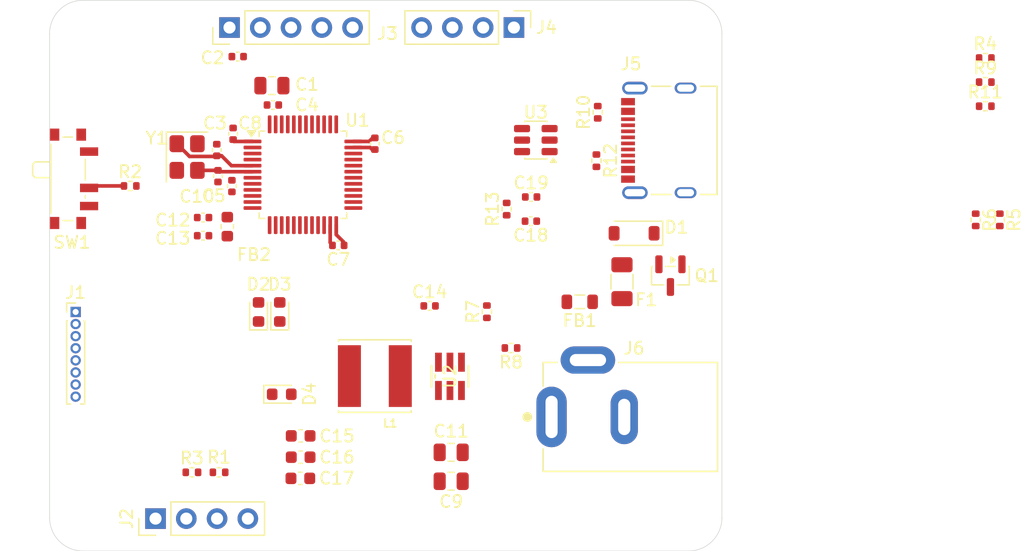
<source format=kicad_pcb>
(kicad_pcb (version 20241229) (generator "pcbnew") (generator_version "9.0")
  (layers (0 "F.Cu" signal) (4 "In1.Cu" power) (6 "In2.Cu" power) (2 "B.Cu" signal) (13 "F.Paste" user) (15 "B.Paste" user) (5 "F.SilkS" user "F.Silkscreen") (7 "B.SilkS" user "B.Silkscreen") (1 "F.Mask" user) (3 "B.Mask" user) (25 "Edge.Cuts" user))
  (net 0 "")
  (net 1 "GND")
  (net 2 "+3.3V")
  (net 3 "NRST")
  (net 4 "/HSE_IN")
  (net 5 "/HSE_OUT")
  (net 6 "/VIN")
  (net 7 "+3.3VA")
  (net 8 "Net-(U2-VBST)")
  (net 9 "Net-(U2-SW)")
  (net 10 "VBUS")
  (net 11 "VBUSF")
  (net 12 "Net-(D1-K)")
  (net 13 "Net-(D2-K)")
  (net 14 "Net-(D2-A)")
  (net 15 "Net-(D3-K)")
  (net 16 "Net-(D3-A)")
  (net 17 "Net-(D4-K)")
  (net 18 "Net-(F1-Pad2)")
  (net 19 "I2C1_SDA")
  (net 20 "I2C1_SCL")
  (net 21 "SWCLK")
  (net 22 "SWDIO")
  (net 23 "USART1_RX")
  (net 24 "USART1_TX")
  (net 25 "Net-(J5-CC1_A)")
  (net 26 "Net-(J5-D-_A)")
  (net 28 "Net-(J5-CC1_B)")
  (net 29 "Net-(J5-D+_A)")
  (net 31 "+12V")
  (net 32 "/BOOT0")
  (net 33 "/SW_BOOT0")
  (net 34 "Net-(U2-VFB)")
  (net 35 "USB_D-")
  (net 36 "Net-(U1-PA11)")
  (net 37 "Net-(U1-PA12)")
  (net 38 "USB_D+")
  (net 43 "GPIO1")
  (net 52 "GPIO3")
  (net 57 "GPIO5")
  (net 58 "GPIO6")
  (net 62 "GPIO2")
  (net 63 "GPIO4")
  (footprint "Package_TO_SOT_SMD:SOT-23-6" (layer "F.Cu") (at 154.8875 96.3 180)
    (property "Reference" "U3" (at 0 2.3 0) (layer "F.SilkS"))
    (property "Value" "USBLC6-2SC6" (hide yes))
    (pad "1" smd roundrect (at -1.1375 -0.95 180) (size 1.325 0.6) (layers "F.Cu" "F.Mask" "F.Paste") (net 29 "Net-(J5-D+_A)"))
    (pad "2" smd roundrect (at -1.1375 0 180) (size 1.325 0.6) (layers "F.Cu" "F.Mask" "F.Paste") (net 1 "GND"))
    (pad "3" smd roundrect (at -1.1375 0.95 180) (size 1.325 0.6) (layers "F.Cu" "F.Mask" "F.Paste") (net 26 "Net-(J5-D-_A)"))
    (pad "4" smd roundrect (at 1.1375 0.95 180) (size 1.325 0.6) (layers "F.Cu" "F.Mask" "F.Paste") (net 38 "USB_D+"))
    (pad "5" smd roundrect (at 1.1375 0 180) (size 1.325 0.6) (layers "F.Cu" "F.Mask" "F.Paste") (net 10 "VBUS"))
    (pad "6" smd roundrect (at 1.1375 -0.95 180) (size 1.325 0.6) (layers "F.Cu" "F.Mask" "F.Paste") (net 35 "USB_D-"))
  )
  (footprint "LED_SMD:LED_0603_1608Metric" (layer "F.Cu") (at 133.9125 117.3)
    (property "Reference" "D4" (at 2.2875 0 90) (layer "F.SilkS"))
    (property "Value" "LED1" (hide yes))
    (pad "1" smd roundrect (at -0.7875 0) (size 0.875 0.95) (layers "F.Cu" "F.Mask" "F.Paste") (net 17 "Net-(D4-K)"))
    (pad "2" smd roundrect (at 0.7875 0) (size 0.875 0.95) (layers "F.Cu" "F.Mask" "F.Paste") (net 2 "+3.3V"))
  )
  (footprint "LED_SMD:LED_0603_1608Metric" (layer "F.Cu") (at 132 110.5 90)
    (property "Reference" "D2" (at 2.2875 0 180) (layer "F.SilkS"))
    (property "Value" "LED1" (hide yes))
    (pad "1" smd roundrect (at -0.7875 0 90) (size 0.875 0.95) (layers "F.Cu" "F.Mask" "F.Paste") (net 13 "Net-(D2-K)"))
    (pad "2" smd roundrect (at 0.7875 0 90) (size 0.875 0.95) (layers "F.Cu" "F.Mask" "F.Paste") (net 14 "Net-(D2-A)"))
  )
  (footprint "MountingHole:MountingHole_2.2mm_M2" (layer "F.Cu") (at 117.5 87.5)
    (property "Reference" "H2" (hide yes))
    (property "Value" "MountingHole" (hide yes))
    (pad "" np_thru_hole circle (at 0 0) (size 2.2 2.2) (drill 2.2) (layers "*.Cu" "*.Mask"))
  )
  (footprint "MountingHole:MountingHole_2.2mm_M2" (layer "F.Cu") (at 117.5 127.5)
    (property "Reference" "H3" (hide yes))
    (property "Value" "MountingHole" (hide yes))
    (pad "" np_thru_hole circle (at 0 0) (size 2.2 2.2) (drill 2.2) (layers "*.Cu" "*.Mask"))
  )
  (footprint "Capacitor_SMD:C_0805_2012Metric" (layer "F.Cu") (at 133.1 91.8)
    (property "Reference" "C1" (at 2.9 -0.1 0) (layer "F.SilkS"))
    (property "Value" "10u" (hide yes))
    (pad "1" smd roundrect (at -0.95 0) (size 1 1.45) (layers "F.Cu" "F.Mask" "F.Paste") (net 2 "+3.3V"))
    (pad "2" smd roundrect (at 0.95 0) (size 1 1.45) (layers "F.Cu" "F.Mask" "F.Paste") (net 1 "GND"))
  )
  (footprint "Resistor_SMD:R_0402_1005Metric" (layer "F.Cu") (at 150.850001 110.4782 90)
    (property "Reference" "R7" (at 0 -1.17 90) (layer "F.SilkS"))
    (property "Value" "1K" (hide yes))
    (pad "1" smd roundrect (at -0.51 0 90) (size 0.54 0.64) (layers "F.Cu" "F.Mask" "F.Paste") (net 15 "Net-(D3-K)"))
    (pad "2" smd roundrect (at 0.51 0 90) (size 0.54 0.64) (layers "F.Cu" "F.Mask" "F.Paste") (net 1 "GND"))
  )
  (footprint "Connector_PinHeader_1.00mm:PinHeader_1x08_P1.00mm_Vertical" (layer "F.Cu") (at 116.9 110.5)
    (property "Reference" "J1" (at 0 -1.61 0) (layer "F.SilkS"))
    (property "Value" "Conn_01x08_Pin")
    (pad "1" thru_hole rect (at 0 0) (size 0.85 0.85) (drill 0.5) (layers "*.Cu" "*.Mask") (net 1 "GND"))
    (pad "2" thru_hole circle (at 0 1) (size 0.85 0.85) (drill 0.5) (layers "*.Cu" "*.Mask") (net 2 "+3.3V"))
    (pad "3" thru_hole circle (at 0 2) (size 0.85 0.85) (drill 0.5) (layers "*.Cu" "*.Mask") (net 43 "GPIO1"))
    (pad "4" thru_hole circle (at 0 3) (size 0.85 0.85) (drill 0.5) (layers "*.Cu" "*.Mask") (net 62 "GPIO2"))
    (pad "5" thru_hole circle (at 0 4) (size 0.85 0.85) (drill 0.5) (layers "*.Cu" "*.Mask") (net 52 "GPIO3"))
    (pad "6" thru_hole circle (at 0 5) (size 0.85 0.85) (drill 0.5) (layers "*.Cu" "*.Mask") (net 63 "GPIO4"))
    (pad "7" thru_hole circle (at 0 6) (size 0.85 0.85) (drill 0.5) (layers "*.Cu" "*.Mask") (net 57 "GPIO5"))
    (pad "8" thru_hole circle (at 0 7) (size 0.85 0.85) (drill 0.5) (layers "*.Cu" "*.Mask") (net 58 "GPIO6"))
  )
  (footprint "MountingHole:MountingHole_2.2mm_M2" (layer "F.Cu") (at 167.5 127.5)
    (property "Reference" "H1" (hide yes))
    (property "Value" "MountingHole" (hide yes))
    (pad "" np_thru_hole circle (at 0 0) (size 2.2 2.2) (drill 2.2) (layers "*.Cu" "*.Mask"))
  )
  (footprint "Capacitor_SMD:C_0603_1608Metric" (layer "F.Cu") (at 135.45 124.25)
    (property "Reference" "C17" (at 3 -0.01 0) (layer "F.SilkS"))
    (property "Value" "22uF")
    (pad "1" smd roundrect (at -0.775 0) (size 0.9 0.95) (layers "F.Cu" "F.Mask" "F.Paste") (net 2 "+3.3V"))
    (pad "2" smd roundrect (at 0.775 0) (size 0.9 0.95) (layers "F.Cu" "F.Mask" "F.Paste") (net 1 "GND"))
  )
  (footprint "Resistor_SMD:R_0402_1005Metric" (layer "F.Cu") (at 193.19 102.89 -90)
    (property "Reference" "R5" (at 0 -1.17 90) (layer "F.SilkS"))
    (property "Value" "22R")
    (pad "1" smd roundrect (at -0.51 0 270) (size 0.54 0.64) (layers "F.Cu" "F.Mask" "F.Paste") (net 37 "Net-(U1-PA12)"))
    (pad "2" smd roundrect (at 0.51 0 270) (size 0.54 0.64) (layers "F.Cu" "F.Mask" "F.Paste") (net 38 "USB_D+"))
  )
  (footprint "Capacitor_SMD:C_0402_1005Metric" (layer "F.Cu") (at 129.9 95.78 90)
    (property "Reference" "C8" (at 0.88 1.4 180) (layer "F.SilkS"))
    (property "Value" "100n" (hide yes))
    (pad "1" smd roundrect (at -0.48 0 90) (size 0.56 0.62) (layers "F.Cu" "F.Mask" "F.Paste") (net 2 "+3.3V"))
    (pad "2" smd roundrect (at 0.48 0 90) (size 0.56 0.62) (layers "F.Cu" "F.Mask" "F.Paste") (net 1 "GND"))
  )
  (footprint "Capacitor_SMD:C_0402_1005Metric" (layer "F.Cu") (at 154.5 101)
    (property "Reference" "C19" (at 0 -1.16 0) (layer "F.SilkS"))
    (property "Value" "470n" (hide yes))
    (pad "1" smd roundrect (at -0.48 0) (size 0.56 0.62) (layers "F.Cu" "F.Mask" "F.Paste") (net 11 "VBUSF"))
    (pad "2" smd roundrect (at 0.48 0) (size 0.56 0.62) (layers "F.Cu" "F.Mask" "F.Paste") (net 1 "GND"))
  )
  (footprint "Capacitor_SMD:C_0402_1005Metric" (layer "F.Cu") (at 138.58 105 180)
    (property "Reference" "C7" (at 0 -1.16 0) (layer "F.SilkS"))
    (property "Value" "100n")
    (pad "1" smd roundrect (at -0.48 0 180) (size 0.56 0.62) (layers "F.Cu" "F.Mask" "F.Paste") (net 2 "+3.3V"))
    (pad "2" smd roundrect (at 0.48 0 180) (size 0.56 0.62) (layers "F.Cu" "F.Mask" "F.Paste") (net 1 "GND"))
  )
  (footprint "Capacitor_SMD:C_0805_2012Metric" (layer "F.Cu") (at 147.900001 124.4882 180)
    (property "Reference" "C9" (at 0 -1.68 0) (layer "F.SilkS"))
    (property "Value" "10u")
    (pad "1" smd roundrect (at -0.95 0 180) (size 1 1.45) (layers "F.Cu" "F.Mask" "F.Paste") (net 6 "/VIN"))
    (pad "2" smd roundrect (at 0.95 0 180) (size 1 1.45) (layers "F.Cu" "F.Mask" "F.Paste") (net 1 "GND"))
  )
  (footprint "Resistor_SMD:R_0402_1005Metric" (layer "F.Cu") (at 126.5 123.75)
    (property "Reference" "R3" (at 0 -1.17 0) (layer "F.SilkS"))
    (property "Value" "4.7K")
    (pad "1" smd roundrect (at -0.51 0) (size 0.54 0.64) (layers "F.Cu" "F.Mask" "F.Paste") (net 19 "I2C1_SDA"))
    (pad "2" smd roundrect (at 0.51 0) (size 0.54 0.64) (layers "F.Cu" "F.Mask" "F.Paste") (net 2 "+3.3V"))
  )
  (footprint "Capacitor_SMD:C_0603_1608Metric" (layer "F.Cu") (at 135.475 122.5)
    (property "Reference" "C16" (at 3 0 0) (layer "F.SilkS"))
    (property "Value" "22uF" (hide yes))
    (pad "1" smd roundrect (at -0.775 0) (size 0.9 0.95) (layers "F.Cu" "F.Mask" "F.Paste") (net 2 "+3.3V"))
    (pad "2" smd roundrect (at 0.775 0) (size 0.9 0.95) (layers "F.Cu" "F.Mask" "F.Paste") (net 1 "GND"))
  )
  (footprint "Inductor_SMD:L_0805_2012Metric" (layer "F.Cu") (at 158.512501 109.6632 180)
    (property "Reference" "FB1" (at 0 -1.55 0) (layer "F.SilkS"))
    (property "Value" "600 @ 600MHz" (hide yes))
    (pad "1" smd roundrect (at -1.0625 0 180) (size 0.875 1.2) (layers "F.Cu" "F.Mask" "F.Paste") (net 18 "Net-(F1-Pad2)"))
    (pad "2" smd roundrect (at 1.0625 0 180) (size 0.875 1.2) (layers "F.Cu" "F.Mask" "F.Paste") (net 6 "/VIN"))
  )
  (footprint "Footprints:CUI_PJ-002A" (layer "F.Cu") (at 156.1875 119.175)
    (property "Reference" "J6" (at 6.8125 -5.675 0) (layer "F.SilkS") (effects (font (size 1.000827 1.000827))))
    (property "Value" "PJ-002A")
    (pad "1" thru_hole oval (at 0 0) (size 2.5 5) (drill oval 1 3.5) (layers "*.Cu" "*.Mask") (net 31 "+12V"))
    (pad "2" thru_hole oval (at 6 0) (size 2.25 4.5) (drill oval 1 3) (layers "*.Cu" "*.Mask") (net 1 "GND"))
    (pad "3" thru_hole oval (at 3 -4.7) (size 4.5 2.25) (drill oval 3 1) (layers "*.Cu" "*.Mask") (net 31 "+12V"))
  )
  (footprint "Crystal:Crystal_SMD_3225-4Pin_3.2x2.5mm" (layer "F.Cu") (at 126.1 97.7 -90)
    (property "Reference" "Y1" (at -1.5625 2.5125 180) (layer "F.SilkS"))
    (property "Value" "16MHz" (hide yes))
    (pad "1" smd roundrect (at -1.1 0.85 270) (size 1.4 1.2) (layers "F.Cu" "F.Mask" "F.Paste") (roundrect_rratio 0.208333) (net 4 "/HSE_IN"))
    (pad "2" smd roundrect (at 1.1 0.85 270) (size 1.4 1.2) (layers "F.Cu" "F.Mask" "F.Paste") (roundrect_rratio 0.208333) (net 1 "GND"))
    (pad "3" smd roundrect (at 1.1 -0.85 270) (size 1.4 1.2) (layers "F.Cu" "F.Mask" "F.Paste") (roundrect_rratio 0.208333) (net 5 "/HSE_OUT"))
    (pad "4" smd roundrect (at -1.1 -0.85 270) (size 1.4 1.2) (layers "F.Cu" "F.Mask" "F.Paste") (roundrect_rratio 0.208333) (net 1 "GND"))
  )
  (footprint "Resistor_SMD:R_0402_1005Metric" (layer "F.Cu") (at 191.99 93.5)
    (property "Reference" "R11" (at 0 -1.17 0) (layer "F.SilkS"))
    (property "Value" "1K")
    (pad "1" smd roundrect (at -0.51 0) (size 0.54 0.64) (layers "F.Cu" "F.Mask" "F.Paste") (net 1 "GND"))
    (pad "2" smd roundrect (at 0.51 0) (size 0.54 0.64) (layers "F.Cu" "F.Mask" "F.Paste") (net 17 "Net-(D4-K)"))
  )
  (footprint "Package_QFP:LQFP-48_7x7mm_P0.5mm" (layer "F.Cu") (at 135.6625 99.1625)
    (property "Reference" "U1" (at 4.5 -4.5 0) (layer "F.SilkS"))
    (property "Value" "STM32F103C8T6" (hide yes))
    (pad "1" smd roundrect (at -4.1625 -2.75) (size 1.475 0.3) (layers "F.Cu" "F.Mask" "F.Paste") (net 2 "+3.3V"))
    (pad "2" smd roundrect (at -4.1625 -2.25) (size 1.475 0.3) (layers "F.Cu" "F.Mask" "F.Paste"))
    (pad "3" smd roundrect (at -4.1625 -1.75) (size 1.475 0.3) (layers "F.Cu" "F.Mask" "F.Paste"))
    (pad "4" smd roundrect (at -4.1625 -1.25) (size 1.475 0.3) (layers "F.Cu" "F.Mask" "F.Paste"))
    (pad "5" smd roundrect (at -4.1625 -0.75) (size 1.475 0.3) (layers "F.Cu" "F.Mask" "F.Paste") (net 4 "/HSE_IN"))
    (pad "6" smd roundrect (at -4.1625 -0.25) (size 1.475 0.3) (layers "F.Cu" "F.Mask" "F.Paste") (net 5 "/HSE_OUT"))
    (pad "7" smd roundrect (at -4.1625 0.25) (size 1.475 0.3) (layers "F.Cu" "F.Mask" "F.Paste") (net 3 "NRST"))
    (pad "8" smd roundrect (at -4.1625 0.75) (size 1.475 0.3) (layers "F.Cu" "F.Mask" "F.Paste") (net 1 "GND"))
    (pad "9" smd roundrect (at -4.1625 1.25) (size 1.475 0.3) (layers "F.Cu" "F.Mask" "F.Paste") (net 7 "+3.3VA"))
    (pad "10" smd roundrect (at -4.1625 1.75) (size 1.475 0.3) (layers "F.Cu" "F.Mask" "F.Paste") (net 58 "GPIO6"))
    (pad "11" smd roundrect (at -4.1625 2.25) (size 1.475 0.3) (layers "F.Cu" "F.Mask" "F.Paste") (net 14 "Net-(D2-A)"))
    (pad "12" smd roundrect (at -4.1625 2.75) (size 1.475 0.3) (layers "F.Cu" "F.Mask" "F.Paste") (net 16 "Net-(D3-A)"))
    (pad "13" smd roundrect (at -2.75 4.1625) (size 0.3 1.475) (layers "F.Cu" "F.Mask" "F.Paste") (net 43 "GPIO1"))
    (pad "14" smd roundrect (at -2.25 4.1625) (size 0.3 1.475) (layers "F.Cu" "F.Mask" "F.Paste") (net 62 "GPIO2"))
    (pad "15" smd roundrect (at -1.75 4.1625) (size 0.3 1.475) (layers "F.Cu" "F.Mask" "F.Paste") (net 52 "GPIO3"))
    (pad "16" smd roundrect (at -1.25 4.1625) (size 0.3 1.475) (layers "F.Cu" "F.Mask" "F.Paste") (net 63 "GPIO4"))
    (pad "17" smd roundrect (at -0.75 4.1625) (size 0.3 1.475) (layers "F.Cu" "F.Mask" "F.Paste") (net 57 "GPIO5"))
    (pad "18" smd roundrect (at -0.25 4.1625) (size 0.3 1.475) (layers "F.Cu" "F.Mask" "F.Paste"))
    (pad "19" smd roundrect (at 0.25 4.1625) (size 0.3 1.475) (layers "F.Cu" "F.Mask" "F.Paste"))
    (pad "20" smd roundrect (at 0.75 4.1625) (size 0.3 1.475) (layers "F.Cu" "F.Mask" "F.Paste"))
    (pad "21" smd roundrect (at 1.25 4.1625) (size 0.3 1.475) (layers "F.Cu" "F.Mask" "F.Paste") (net 19 "I2C1_SDA"))
    (pad "22" smd roundrect (at 1.75 4.1625) (size 0.3 1.475) (layers "F.Cu" "F.Mask" "F.Paste") (net 20 "I2C1_SCL"))
    (pad "23" smd roundrect (at 2.25 4.1625) (size 0.3 1.475) (layers "F.Cu" "F.Mask" "F.Paste") (net 1 "GND"))
    (pad "24" smd roundrect (at 2.75 4.1625) (size 0.3 1.475) (layers "F.Cu" "F.Mask" "F.Paste") (net 2 "+3.3V"))
    (pad "25" smd roundrect (at 4.1625 2.75) (size 1.475 0.3) (layers "F.Cu" "F.Mask" "F.Paste"))
    (pad "26" smd roundrect (at 4.1625 2.25) (size 1.475 0.3) (layers "F.Cu" "F.Mask" "F.Paste"))
    (pad "27" smd roundrect (at 4.1625 1.75) (size 1.475 0.3) (layers "F.Cu" "F.Mask" "F.Paste"))
    (pad "28" smd roundrect (at 4.1625 1.25) (size 1.475 0.3) (layers "F.Cu" "F.Mask" "F.Paste"))
    (pad "29" smd roundrect (at 4.1625 0.75) (size 1.475 0.3) (layers "F.Cu" "F.Mask" "F.Paste"))
    (pad "30" smd roundrect (at 4.1625 0.25) (size 1.475 0.3) (layers "F.Cu" "F.Mask" "F.Paste"))
    (pad "31" smd roundrect (at 4.1625 -0.25) (size 1.475 0.3) (layers "F.Cu" "F.Mask" "F.Paste"))
    (pad "32" smd roundrect (at 4.1625 -0.75) (size 1.475 0.3) (layers "F.Cu" "F.Mask" "F.Paste") (net 36 "Net-(U1-PA11)"))
    (pad "33" smd roundrect (at 4.1625 -1.25) (size 1.475 0.3) (layers "F.Cu" "F.Mask" "F.Paste") (net 37 "Net-(U1-PA12)"))
    (pad "34" smd roundrect (at 4.1625 -1.75) (size 1.475 0.3) (layers "F.Cu" "F.Mask" "F.Paste") (net 22 "SWDIO"))
    (pad "35" smd roundrect (at 4.1625 -2.25) (size 1.475 0.3) (layers "F.Cu" "F.Mask" "F.Paste") (net 1 "GND"))
    (pad "36" smd roundrect (at 4.1625 -2.75) (size 1.475 0.3) (layers "F.Cu" "F.Mask" "F.Paste") (net 2 "+3.3V"))
    (pad "37" smd roundrect (at 2.75 -4.1625) (size 0.3 1.475) (layers "F.Cu" "F.Mask" "F.Paste") (net 21 "SWCLK"))
    (pad "38" smd roundrect (at 2.25 -4.1625) (size 0.3 1.475) (layers "F.Cu" "F.Mask" "F.Paste"))
    (pad "39" smd roundrect (at 1.75 -4.1625) (size 0.3 1.475) (layers "F.Cu" "F.Mask" "F.Paste"))
    (pad "40" smd roundrect (at 1.25 -4.1625) (size 0.3 1.475) (layers "F.Cu" "F.Mask" "F.Paste"))
    (pad "41" smd roundrect (at 0.75 -4.1625) (size 0.3 1.475) (layers "F.Cu" "F.Mask" "F.Paste"))
    (pad "42" smd roundrect (at 0.25 -4.1625) (size 0.3 1.475) (layers "F.Cu" "F.Mask" "F.Paste") (net 24 "USART1_TX"))
    (pad "43" smd roundrect (at -0.25 -4.1625) (size 0.3 1.475) (layers "F.Cu" "F.Mask" "F.Paste") (net 23 "USART1_RX"))
    (pad "44" smd roundrect (at -0.75 -4.1625) (size 0.3 1.475) (layers "F.Cu" "F.Mask" "F.Paste") (net 32 "/BOOT0"))
    (pad "45" smd roundrect (at -1.25 -4.1625) (size 0.3 1.475) (layers "F.Cu" "F.Mask" "F.Paste"))
    (pad "46" smd roundrect (at -1.75 -4.1625) (size 0.3 1.475) (layers "F.Cu" "F.Mask" "F.Paste"))
    (pad "47" smd roundrect (at -2.25 -4.1625) (size 0.3 1.475) (layers "F.Cu" "F.Mask" "F.Paste") (net 1 "GND"))
    (pad "48" smd roundrect (at -2.75 -4.1625) (size 0.3 1.475) (layers "F.Cu" "F.Mask" "F.Paste") (net 2 "+3.3V"))
  )
  (footprint "Resistor_SMD:R_0402_1005Metric" (layer "F.Cu") (at 159.89 98 -90)
    (property "Reference" "R12" (at 0 -1.17 90) (layer "F.SilkS"))
    (property "Value" "5k1" (hide yes))
    (pad "1" smd roundrect (at -0.51 0 270) (size 0.54 0.64) (layers "F.Cu" "F.Mask" "F.Paste") (net 25 "Net-(J5-CC1_A)"))
    (pad "2" smd roundrect (at 0.51 0 270) (size 0.54 0.64) (layers "F.Cu" "F.Mask" "F.Paste") (net 1 "GND"))
  )
  (footprint "Capacitor_SMD:C_0402_1005Metric" (layer "F.Cu") (at 146.12 110)
    (property "Reference" "C14" (at 0 -1.16 0) (layer "F.SilkS"))
    (property "Value" "100n")
    (pad "1" smd roundrect (at -0.48 0) (size 0.56 0.62) (layers "F.Cu" "F.Mask" "F.Paste") (net 9 "Net-(U2-SW)"))
    (pad "2" smd roundrect (at 0.48 0) (size 0.56 0.62) (layers "F.Cu" "F.Mask" "F.Paste") (net 8 "Net-(U2-VBST)"))
  )
  (footprint "Capacitor_SMD:C_0402_1005Metric" (layer "F.Cu") (at 130.28 89.4 180)
    (property "Reference" "C2" (at 2.08 -0.1 0) (layer "F.SilkS"))
    (property "Value" "100n" (hide yes))
    (pad "1" smd roundrect (at -0.48 0 180) (size 0.56 0.62) (layers "F.Cu" "F.Mask" "F.Paste") (net 3 "NRST"))
    (pad "2" smd roundrect (at 0.48 0 180) (size 0.56 0.62) (layers "F.Cu" "F.Mask" "F.Paste") (net 1 "GND"))
  )
  (footprint "Capacitor_SMD:C_0603_1608Metric" (layer "F.Cu") (at 135.475 120.74)
    (property "Reference" "C15" (at 3 0.01 0) (layer "F.SilkS"))
    (property "Value" "22uF" (hide yes))
    (pad "1" smd roundrect (at -0.775 0) (size 0.9 0.95) (layers "F.Cu" "F.Mask" "F.Paste") (net 2 "+3.3V"))
    (pad "2" smd roundrect (at 0.775 0) (size 0.9 0.95) (layers "F.Cu" "F.Mask" "F.Paste") (net 1 "GND"))
  )
  (footprint "Capacitor_SMD:C_0402_1005Metric" (layer "F.Cu") (at 128.55 97.12 90)
    (property "Reference" "C3" (at 2.22 -0.15 180) (layer "F.SilkS"))
    (property "Value" "10p" (hide yes))
    (pad "1" smd roundrect (at -0.48 0 90) (size 0.56 0.62) (layers "F.Cu" "F.Mask" "F.Paste") (net 4 "/HSE_IN"))
    (pad "2" smd roundrect (at 0.48 0 90) (size 0.56 0.62) (layers "F.Cu" "F.Mask" "F.Paste") (net 1 "GND"))
  )
  (footprint "Capacitor_SMD:C_0402_1005Metric" (layer "F.Cu") (at 127.42 104.2 180)
    (property "Reference" "C13" (at 2.5 -0.2125 0) (layer "F.SilkS"))
    (property "Value" "1u" (hide yes))
    (pad "1" smd roundrect (at -0.48 0 180) (size 0.56 0.62) (layers "F.Cu" "F.Mask" "F.Paste") (net 2 "+3.3V"))
    (pad "2" smd roundrect (at 0.48 0 180) (size 0.56 0.62) (layers "F.Cu" "F.Mask" "F.Paste") (net 1 "GND"))
  )
  (footprint "Resistor_SMD:R_0402_1005Metric" (layer "F.Cu") (at 128.74 123.75 180)
    (property "Reference" "R1" (at 0 1.25 0) (layer "F.SilkS"))
    (property "Value" "4.7K")
    (pad "1" smd roundrect (at -0.51 0 180) (size 0.54 0.64) (layers "F.Cu" "F.Mask" "F.Paste") (net 20 "I2C1_SCL"))
    (pad "2" smd roundrect (at 0.51 0 180) (size 0.54 0.64) (layers "F.Cu" "F.Mask" "F.Paste") (net 2 "+3.3V"))
  )
  (footprint "Connector_PinHeader_2.54mm:PinHeader_1x04_P2.54mm_Vertical" (layer "F.Cu") (at 123.495 127.575 90)
    (property "Reference" "J2" (at 0 -2.38 90) (layer "F.SilkS"))
    (property "Value" "I2C Bus 1" (hide yes))
    (pad "1" thru_hole rect (at 0 0 90) (size 1.7 1.7) (drill 1) (layers "*.Cu" "*.Mask") (net 2 "+3.3V"))
    (pad "2" thru_hole circle (at 0 2.54 90) (size 1.7 1.7) (drill 1) (layers "*.Cu" "*.Mask") (net 19 "I2C1_SDA"))
    (pad "3" thru_hole circle (at 0 5.08 90) (size 1.7 1.7) (drill 1) (layers "*.Cu" "*.Mask") (net 20 "I2C1_SCL"))
    (pad "4" thru_hole circle (at 0 7.62 90) (size 1.7 1.7) (drill 1) (layers "*.Cu" "*.Mask") (net 1 "GND"))
  )
  (footprint "Capacitor_SMD:C_0805_2012Metric" (layer "F.Cu") (at 147.9 122.1 180)
    (property "Reference" "C11" (at 0 1.75 0) (layer "F.SilkS"))
    (property "Value" "10u")
    (pad "1" smd roundrect (at -0.95 0 180) (size 1 1.45) (layers "F.Cu" "F.Mask" "F.Paste") (net 6 "/VIN"))
    (pad "2" smd roundrect (at 0.95 0 180) (size 1 1.45) (layers "F.Cu" "F.Mask" "F.Paste") (net 1 "GND"))
  )
  (footprint "Inductor_SMD:L_0603_1608Metric" (layer "F.Cu") (at 129.42 103.45 -90)
    (property "Reference" "FB2" (at 2.3125 -2.2 180) (layer "F.SilkS"))
    (property "Value" "120R" (hide yes))
    (pad "1" smd roundrect (at -0.7875 0 270) (size 0.875 0.95) (layers "F.Cu" "F.Mask" "F.Paste") (net 7 "+3.3VA"))
    (pad "2" smd roundrect (at 0.7875 0 270) (size 0.875 0.95) (layers "F.Cu" "F.Mask" "F.Paste") (net 2 "+3.3V"))
  )
  (footprint "Capacitor_SMD:C_0402_1005Metric" (layer "F.Cu") (at 129.8 100.1 90)
    (property "Reference" "C10" (at -0.85 -2.88 180) (layer "F.SilkS"))
    (property "Value" "100n")
    (pad "1" smd roundrect (at -0.48 0 90) (size 0.56 0.62) (layers "F.Cu" "F.Mask" "F.Paste") (net 7 "+3.3VA"))
    (pad "2" smd roundrect (at 0.48 0 90) (size 0.56 0.62) (layers "F.Cu" "F.Mask" "F.Paste") (net 1 "GND"))
  )
  (footprint "Resistor_SMD:R_0402_1005Metric" (layer "F.Cu") (at 191.99 91.51)
    (property "Reference" "R9" (at 0 -1.17 0) (layer "F.SilkS"))
    (property "Value" "10k")
    (pad "1" smd roundrect (at -0.51 0) (size 0.54 0.64) (layers "F.Cu" "F.Mask" "F.Paste") (net 34 "Net-(U2-VFB)"))
    (pad "2" smd roundrect (at 0.51 0) (size 0.54 0.64) (layers "F.Cu" "F.Mask" "F.Paste") (net 1 "GND"))
  )
  (footprint "Resistor_SMD:R_0402_1005Metric" (layer "F.Cu") (at 160 94 90)
    (property "Reference" "R10" (at 0 -1.17 90) (layer "F.SilkS"))
    (property "Value" "5k1" (hide yes))
    (pad "1" smd roundrect (at -0.51 0 90) (size 0.54 0.64) (layers "F.Cu" "F.Mask" "F.Paste") (net 28 "Net-(J5-CC1_B)"))
    (pad "2" smd roundrect (at 0.51 0 90) (size 0.54 0.64) (layers "F.Cu" "F.Mask" "F.Paste") (net 1 "GND"))
  )
  (footprint "Resistor_SMD:R_0402_1005Metric" (layer "F.Cu") (at 152.48 102 90)
    (property "Reference" "R13" (at 0 -1.17 90) (layer "F.SilkS"))
    (property "Value" "R" (hide yes))
    (pad "1" smd roundrect (at -0.51 0 90) (size 0.54 0.64) (layers "F.Cu" "F.Mask" "F.Paste") (net 10 "VBUS"))
    (pad "2" smd roundrect (at 0.51 0 90) (size 0.54 0.64) (layers "F.Cu" "F.Mask" "F.Paste") (net 11 "VBUSF"))
  )
  (footprint "Capacitor_SMD:C_0402_1005Metric" (layer "F.Cu") (at 127.42 102.7 180)
    (property "Reference" "C12" (at 2.5 -0.2125 0) (layer "F.SilkS"))
    (property "Value" "1u" (hide yes))
    (pad "1" smd roundrect (at -0.48 0 180) (size 0.56 0.62) (layers "F.Cu" "F.Mask" "F.Paste") (net 7 "+3.3VA"))
    (pad "2" smd roundrect (at 0.48 0 180) (size 0.56 0.62) (layers "F.Cu" "F.Mask" "F.Paste") (net 1 "GND"))
  )
  (footprint "Capacitor_SMD:C_0402_1005Metric" (layer "F.Cu") (at 133.1825 93.4)
    (property "Reference" "C4" (at 2.8175 0 0) (layer "F.SilkS"))
    (property "Value" "100n" (hide yes))
    (pad "1" smd roundrect (at -0.48 0) (size 0.56 0.62) (layers "F.Cu" "F.Mask" "F.Paste") (net 2 "+3.3V"))
    (pad "2" smd roundrect (at 0.48 0) (size 0.56 0.62) (layers "F.Cu" "F.Mask" "F.Paste") (net 1 "GND"))
  )
  (footprint "Resistor_SMD:R_0402_1005Metric" (layer "F.Cu") (at 121.4025 100.0875)
    (property "Reference" "R2" (at 0 -1.17 0) (layer "F.SilkS"))
    (property "Value" "10k" (hide yes))
    (pad "1" smd roundrect (at -0.51 0) (size 0.54 0.64) (layers "F.Cu" "F.Mask" "F.Paste") (net 33 "/SW_BOOT0"))
    (pad "2" smd roundrect (at 0.51 0) (size 0.54 0.64) (layers "F.Cu" "F.Mask" "F.Paste") (net 32 "/BOOT0"))
  )
  (footprint "Fuse:Fuse_1206_3216Metric" (layer "F.Cu") (at 162 108 -90)
    (property "Reference" "F1" (at 1.5 -2 180) (layer "F.SilkS"))
    (property "Value" "250mA" (hide yes))
    (pad "1" smd roundrect (at -1.4 0 270) (size 1.25 1.75) (layers "F.Cu" "F.Mask" "F.Paste") (roundrect_rratio 0.2) (net 12 "Net-(D1-K)"))
    (pad "2" smd roundrect (at 1.4 0 270) (size 1.25 1.75) (layers "F.Cu" "F.Mask" "F.Paste") (roundrect_rratio 0.2) (net 18 "Net-(F1-Pad2)"))
  )
  (footprint "Resistor_SMD:R_0402_1005Metric" (layer "F.Cu") (at 152.840001 113.4782 180)
    (property "Reference" "R8" (at 0 -1.17 0) (layer "F.SilkS"))
    (property "Value" "33k2" (hide yes))
    (pad "1" smd roundrect (at -0.51 0 180) (size 0.54 0.64) (layers "F.Cu" "F.Mask" "F.Paste") (net 2 "+3.3V"))
    (pad "2" smd roundrect (at 0.51 0 180) (size 0.54 0.64) (layers "F.Cu" "F.Mask" "F.Paste") (net 34 "Net-(U2-VFB)"))
  )
  (footprint "Capacitor_SMD:C_0402_1005Metric" (layer "F.Cu") (at 154.48 103 180)
    (property "Reference" "C18" (at 0 -1.16 0) (layer "F.SilkS"))
    (property "Value" "470n" (hide yes))
    (pad "1" smd roundrect (at -0.48 0 180) (size 0.56 0.62) (layers "F.Cu" "F.Mask" "F.Paste") (net 10 "VBUS"))
    (pad "2" smd roundrect (at 0.48 0 180) (size 0.56 0.62) (layers "F.Cu" "F.Mask" "F.Paste") (net 1 "GND"))
  )
  (footprint "Resistor_SMD:R_0402_1005Metric" (layer "F.Cu") (at 191.99 89.52)
    (property "Reference" "R4" (at 0 -1.17 0) (layer "F.SilkS"))
    (property "Value" "22R")
    (pad "1" smd roundrect (at -0.51 0) (size 0.54 0.64) (layers "F.Cu" "F.Mask" "F.Paste") (net 36 "Net-(U1-PA11)"))
    (pad "2" smd roundrect (at 0.51 0) (size 0.54 0.64) (layers "F.Cu" "F.Mask" "F.Paste") (net 35 "USB_D-"))
  )
  (footprint "Footprints:IND_VLS6045EX-2R2N" (layer "F.Cu") (at 141.6 115.8 180)
    (property "Reference" "L1" (at -1.268 -3.9064 0) (layer "F.SilkS") (effects (font (size 0.64 0.64))))
    (property "Value" "2.2u")
    (pad "1" smd rect (at -2.1 0 180) (size 1.9 5.1) (layers "F.Cu" "F.Mask" "F.Paste") (net 9 "Net-(U2-SW)"))
    (pad "2" smd rect (at 2.1 0 180) (size 1.9 5.1) (layers "F.Cu" "F.Mask" "F.Paste") (net 2 "+3.3V"))
  )
  (footprint "Diode_SMD:D_SOD-123" (layer "F.Cu") (at 163 104 180)
    (property "Reference" "D1" (at -3.5 0.5 0) (layer "F.SilkS"))
    (property "Value" "B5819W" (hide yes))
    (pad "1" smd roundrect (at -1.65 0 180) (size 0.9 1.2) (layers "F.Cu" "F.Mask" "F.Paste") (net 12 "Net-(D1-K)"))
    (pad "2" smd roundrect (at 1.65 0 180) (size 0.9 1.2) (layers "F.Cu" "F.Mask" "F.Paste") (net 11 "VBUSF"))
  )
  (footprint "Footprints:AMPHENOL_12402012E212A" (layer "F.Cu") (at 167.25 96.325 90)
    (property "Reference" "J5" (at 6.32 -4.5 0) (layer "F.SilkS"))
    (property "Value" "12402012E212A" (hide yes))
    (pad "" np_thru_hole circle (at -2.89 -3.68 90) (size 0.65 0.65) (drill 0.65) (layers "*.Cu" "*.Mask"))
    (pad "" np_thru_hole circle (at 2.89 -3.68 90) (size 0.65 0.65) (drill 0.65) (layers "*.Cu" "*.Mask"))
    (pad "A1_B12" smd rect (at -3.2 -4.75 90) (size 0.6 1.14) (layers "F.Cu" "F.Mask" "F.Paste") (net 1 "GND"))
    (pad "A4_B9" smd rect (at -2.4 -4.75 90) (size 0.6 1.14) (layers "F.Cu" "F.Mask" "F.Paste") (net 10 "VBUS"))
    (pad "A5" smd rect (at -1.25 -4.75 90) (size 0.3 1.14) (layers "F.Cu" "F.Mask" "F.Paste") (net 25 "Net-(J5-CC1_A)"))
    (pad "A6" smd rect (at -0.25 -4.75 90) (size 0.3 1.14) (layers "F.Cu" "F.Mask" "F.Paste") (net 29 "Net-(J5-D+_A)"))
    (pad "A7" smd rect (at 0.25 -4.75 90) (size 0.3 1.14) (layers "F.Cu" "F.Mask" "F.Paste") (net 26 "Net-(J5-D-_A)"))
    (pad "A8" smd rect (at 1.25 -4.75 90) (size 0.3 1.14) (layers "F.Cu" "F.Mask" "F.Paste"))
    (pad "B1_A12" smd rect (at 3.2 -4.75 90) (size 0.6 1.14) (layers "F.Cu" "F.Mask" "F.Paste") (net 1 "GND"))
    (pad "B4_A9" smd rect (at 2.4 -4.75 90) (size 0.6 1.14) (layers "F.Cu" "F.Mask" "F.Paste") (net 10 "VBUS"))
    (pad "B5" smd rect (at 1.75 -4.75 90) (size 0.3 1.14) (layers "F.Cu" "F.Mask" "F.Paste") (net 28 "Net-(J5-CC1_B)"))
    (pad "B6" smd rect (at 0.75 -4.75 90) (size 0.3 1.14) (layers "F.Cu" "F.Mask" "F.Paste") (net 29 "Net-(J5-D+_A)"))
    (pad "B7" smd rect (at -0.75 -4.75 90) (size 0.3 1.14) (layers "F.Cu" "F.Mask" "F.Paste") (net 26 "Net-(J5-D-_A)"))
    (pad "B8" smd rect (at -1.75 -4.75 90) (size 0.3 1.14) (layers "F.Cu" "F.Mask" "F.Paste"))
    (pad "SH1" thru_hole oval (at -4.32 -4.18 90) (size 1.05 2.1) (drill oval 0.6 1.7) (layers "*.Cu" "*.Mask") (net 1 "GND"))
    (pad "SH2" thru_hole oval (at 4.32 -4.18 90) (size 1.05 2.1) (drill oval 0.6 1.7) (layers "*.Cu" "*.Mask") (net 1 "GND"))
    (pad "SH3" thru_hole oval (at -4.32 0 90) (size 0.9 1.8) (drill oval 0.6 1.4) (layers "*.Cu" "*.Mask") (net 1 "GND"))
    (pad "SH4" thru_hole oval (at 4.32 0 90) (size 0.9 1.8) (drill oval 0.6 1.4) (layers "*.Cu" "*.Mask") (net 1 "GND"))
  )
  (footprint "Capacitor_SMD:C_0402_1005Metric" (layer "F.Cu") (at 141.6 96.6 -90)
    (property "Reference" "C6" (at -0.5 -1.5 180) (layer "F.SilkS"))
    (property "Value" "100n")
    (pad "1" smd roundrect (at -0.48 0 270) (size 0.56 0.62) (layers "F.Cu" "F.Mask" "F.Paste") (net 2 "+3.3V"))
    (pad "2" smd roundrect (at 0.48 0 270) (size 0.56 0.62) (layers "F.Cu" "F.Mask" "F.Paste") (net 1 "GND"))
  )
  (footprint "Connector_PinHeader_2.54mm:PinHeader_1x05_P2.54mm_Vertical" (layer "F.Cu") (at 129.6025 87 90)
    (property "Reference" "J3" (at -0.5 13.04 180) (layer "F.SilkS"))
    (property "Value" "Serial Debug")
    (pad "1" thru_hole rect (at 0 0 90) (size 1.7 1.7) (drill 1) (layers "*.Cu" "*.Mask") (net 1 "GND"))
    (pad "2" thru_hole circle (at 0 2.54 90) (size 1.7 1.7) (drill 1) (layers "*.Cu" "*.Mask") (net 3 "NRST"))
    (pad "3" thru_hole circle (at 0 5.08 90) (size 1.7 1.7) (drill 1) (layers "*.Cu" "*.Mask") (net 21 "SWCLK"))
    (pad "4" thru_hole circle (at 0 7.62 90) (size 1.7 1.7) (drill 1) (layers "*.Cu" "*.Mask") (net 22 "SWDIO"))
    (pad "5" thru_hole circle (at 0 10.16 90) (size 1.7 1.7) (drill 1) (layers "*.Cu" "*.Mask") (net 2 "+3.3V"))
  )
  (footprint "Footprints:DDC0006A" (layer "F.Cu") (at 147.800002 115.8198 90)
    (property "Reference" "U2" (at 0 0 90) (layer "F.SilkS"))
    (property "Value" "TPS563209DDCR" (hide yes))
    (pad "1" smd rect (at -1.1684 -0.950001 90) (size 1.5748 0.5588) (layers "F.Cu" "F.Mask" "F.Paste") (net 1 "GND"))
    (pad "2" smd rect (at -1.1684 0 90) (size 1.5748 0.5588) (layers "F.Cu" "F.Mask" "F.Paste") (net 9 "Net-(U2-SW)"))
    (pad "3" smd rect (at -1.1684 0.950001 90) (size 1.5748 0.5588) (layers "F.Cu" "F.Mask" "F.Paste") (net 6 "/VIN"))
    (pad "4" smd rect (at 1.1684 0.950001 90) (size 1.5748 0.5588) (layers "F.Cu" "F.Mask" "F.Paste") (net 34 "Net-(U2-VFB)"))
    (pad "5" smd rect (at 1.1684 0 90) (size 1.5748 0.5588) (layers "F.Cu" "F.Mask" "F.Paste") (net 6 "/VIN"))
    (pad "6" smd rect (at 1.1684 -0.950001 90) (size 1.5748 0.5588) (layers "F.Cu" "F.Mask" "F.Paste") (net 8 "Net-(U2-VBST)"))
  )
  (footprint "Capacitor_SMD:C_0402_1005Metric" (layer "F.Cu") (at 128.65 99.28 -90)
    (property "Reference" "C5" (at 1.62 0.35 180) (layer "F.SilkS"))
    (property "Value" "10p" (hide yes))
    (pad "1" smd roundrect (at -0.48 0 270) (size 0.56 0.62) (layers "F.Cu" "F.Mask" "F.Paste") (net 5 "/HSE_OUT"))
    (pad "2" smd roundrect (at 0.48 0 270) (size 0.56 0.62) (layers "F.Cu" "F.Mask" "F.Paste") (net 1 "GND"))
  )
  (footprint "MountingHole:MountingHole_2.2mm_M2" (layer "F.Cu") (at 167.5 87.5)
    (property "Reference" "H4" (hide yes))
    (property "Value" "MountingHole" (hide yes))
    (pad "" np_thru_hole circle (at 0 0) (size 2.2 2.2) (drill 2.2) (layers "*.Cu" "*.Mask"))
  )
  (footprint "LED_SMD:LED_0603_1608Metric" (layer "F.Cu") (at 133.75 110.5 90)
    (property "Reference" "D3" (at 2.2875 0 180) (layer "F.SilkS"))
    (property "Value" "LED2" (hide yes))
    (pad "1" smd roundrect (at -0.7875 0 90) (size 0.875 0.95) (layers "F.Cu" "F.Mask" "F.Paste") (net 15 "Net-(D3-K)"))
    (pad "2" smd roundrect (at 0.7875 0 90) (size 0.875 0.95) (layers "F.Cu" "F.Mask" "F.Paste") (net 16 "Net-(D3-A)"))
  )
  (footprint "Connector_PinHeader_2.54mm:PinHeader_1x04_P2.54mm_Vertical" (layer "F.Cu") (at 153.08 87 -90)
    (property "Reference" "J4" (at 0 -2.69 180) (layer "F.SilkS"))
    (property "Value" "USART1")
    (pad "1" thru_hole rect (at 0 0 270) (size 1.7 1.7) (drill 1) (layers "*.Cu" "*.Mask") (net 2 "+3.3V"))
    (pad "2" thru_hole circle (at 0 2.54 270) (size 1.7 1.7) (drill 1) (layers "*.Cu" "*.Mask") (net 24 "USART1_TX"))
    (pad "3" thru_hole circle (at 0 5.08 270) (size 1.7 1.7) (drill 1) (layers "*.Cu" "*.Mask") (net 23 "USART1_RX"))
    (pad "4" thru_hole circle (at 0 7.62 270) (size 1.7 1.7) (drill 1) (layers "*.Cu" "*.Mask") (net 1 "GND"))
  )
  (footprint "Button_Switch_SMD:SW_SPDT_PCM12" (layer "F.Cu") (at 116.58 99.5 -90)
    (property "Reference" "SW1" (at 5.25 -0.0175 180) (layer "F.SilkS"))
    (property "Value" "SW_SPDT")
    (pad "" smd rect (at -3.65 -0.78 270) (size 1 0.8) (layers "F.Cu" "F.Mask" "F.Paste"))
    (pad "" smd rect (at -3.65 1.43 270) (size 1 0.8) (layers "F.Cu" "F.Mask" "F.Paste"))
    (pad "" np_thru_hole circle (at -1.5 0.33 270) (size 0.9 0.9) (drill 0.9) (layers "*.Cu" "*.Mask"))
    (pad "" np_thru_hole circle (at 1.5 0.33 270) (size 0.9 0.9) (drill 0.9) (layers "*.Cu" "*.Mask"))
    (pad "" smd rect (at 3.65 -0.78 270) (size 1 0.8) (layers "F.Cu" "F.Mask" "F.Paste"))
    (pad "" smd rect (at 3.65 1.43 270) (size 1 0.8) (layers "F.Cu" "F.Mask" "F.Paste"))
    (pad "1" smd rect (at -2.25 -1.43 270) (size 0.7 1.5) (layers "F.Cu" "F.Mask" "F.Paste") (net 1 "GND"))
    (pad "2" smd rect (at 0.75 -1.43 270) (size 0.7 1.5) (layers "F.Cu" "F.Mask" "F.Paste") (net 33 "/SW_BOOT0"))
    (pad "3" smd rect (at 2.25 -1.43 270) (size 0.7 1.5) (layers "F.Cu" "F.Mask" "F.Paste") (net 2 "+3.3V"))
  )
  (footprint "Package_TO_SOT_SMD:SOT-23" (layer "F.Cu") (at 166 107.5 -90)
    (property "Reference" "Q1" (at 0 -3 180) (layer "F.SilkS"))
    (property "Value" "AO3401A" (hide yes))
    (pad "1" smd roundrect (at -0.9375 -0.95 270) (size 1.475 0.6) (layers "F.Cu" "F.Mask" "F.Paste") (net 1 "GND"))
    (pad "2" smd roundrect (at -0.9375 0.95 270) (size 1.475 0.6) (layers "F.Cu" "F.Mask" "F.Paste") (net 12 "Net-(D1-K)"))
    (pad "3" smd roundrect (at 0.9375 0 270) (size 1.475 0.6) (layers "F.Cu" "F.Mask" "F.Paste") (net 31 "+12V"))
  )
  (footprint "Resistor_SMD:R_0402_1005Metric" (layer "F.Cu") (at 191.2 102.89 -90)
    (property "Reference" "R6" (at 0 -1.17 90) (layer "F.SilkS"))
    (property "Value" "1K")
    (pad "1" smd roundrect (at -0.51 0 270) (size 0.54 0.64) (layers "F.Cu" "F.Mask" "F.Paste") (net 13 "Net-(D2-K)"))
    (pad "2" smd roundrect (at 0.51 0 270) (size 0.54 0.64) (layers "F.Cu" "F.Mask" "F.Paste") (net 1 "GND"))
  )
  (gr_arc (start 167.5 84.75) (mid 169.444544 85.555456) (end 170.25 87.5) (stroke (width 0.05)) (layer "Edge.Cuts"))
  (gr_line (start 167.5 130.25) (end 117.5 130.25) (stroke (width 0.05)) (layer "Edge.Cuts"))
  (gr_arc (start 117.5 130.25) (mid 115.555456 129.444544) (end 114.75 127.5) (stroke (width 0.05)) (layer "Edge.Cuts"))
  (gr_arc (start 170.25 127.5) (mid 169.444544 129.444544) (end 167.5 130.25) (stroke (width 0.05)) (layer "Edge.Cuts"))
  (gr_line (start 114.75 127.5) (end 114.75 87.5) (stroke (width 0.05)) (layer "Edge.Cuts"))
  (gr_arc (start 114.75 87.5) (mid 115.555456 85.555456) (end 117.5 84.75) (stroke (width 0.05)) (layer "Edge.Cuts"))
  (gr_line (start 170.25 87.5) (end 170.25 127.5) (stroke (width 0.05)) (layer "Edge.Cuts"))
  (gr_line (start 117.5 84.75) (end 167.5 84.75) (stroke (width 0.05)) (layer "Edge.Cuts"))
  (segment (start 137.9125 104.7625) (end 138.05 104.9) (width 0.3) (layer "F.Cu") (net 1))
  (segment (start 137.9125 103.325) (end 137.9125 104.7625) (width 0.3) (layer "F.Cu") (net 1))
  (segment (start 139.825 96.9125) (end 141.2125 96.9125) (width 0.3) (layer "F.Cu") (net 1))
  (segment (start 141.2125 96.9125) (end 141.4 97.1) (width 0.3) (layer "F.Cu") (net 1))
  (segment (start 131.5 96.4125) (end 129.9825 96.4125) (width 0.3) (layer "F.Cu") (net 2))
  (segment (start 138.4125 104.1125) (end 138.4125 103.325) (width 0.3) (layer "F.Cu") (net 2))
  (segment (start 139.825 96.4125) (end 141.1275 96.4125) (width 0.3) (layer "F.Cu") (net 2))
  (segment (start 139.01 104.9) (end 139.01 104.71) (width 0.3) (layer "F.Cu") (net 2))
  (segment (start 129.9825 96.4125) (end 129.9 96.33) (width 0.3) (layer "F.Cu") (net 2))
  (segment (start 141.1275 96.4125) (end 141.4 96.14) (width 0.3) (layer "F.Cu") (net 2))
  (segment (start 139.01 104.71) (end 138.4125 104.1125) (width 0.3) (layer "F.Cu") (net 2))
  (segment (start 128.55 97.6) (end 128.95 97.6) (width 0.3) (layer "F.Cu") (net 4))
  (segment (start 129.7625 98.4125) (end 131.5 98.4125) (width 0.3) (layer "F.Cu") (net 4))
  (segment (start 128.95 97.6) (end 129.7625 98.4125) (width 0.3) (layer "F.Cu") (net 4))
  (segment (start 126.301 97.651) (end 125.25 96.6) (width 0.3) (layer "F.Cu") (net 4))
  (segment (start 128.499 97.651) (end 126.301 97.651) (width 0.3) (layer "F.Cu") (net 4))
  (segment (start 128.55 97.6) (end 128.499 97.651) (width 0.3) (layer "F.Cu") (net 4))
  (segment (start 131.5 98.9125) (end 128.7625 98.9125) (width 0.3) (layer "F.Cu") (net 5))
  (segment (start 128.7625 98.9125) (end 128.65 98.8) (width 0.3) (layer "F.Cu") (net 5))
  (segment (start 128.65 98.8) (end 126.95 98.8) (width 0.3) (layer "F.Cu") (net 5))
  (segment (start 120.8925 100.0875) (end 118.1725 100.0875) (width 0.3) (layer "F.Cu") (net 33))
  (segment (start 118.1725 100.0875) (end 118.01 100.25) (width 0.3) (layer "F.Cu") (net 33))
)
</source>
